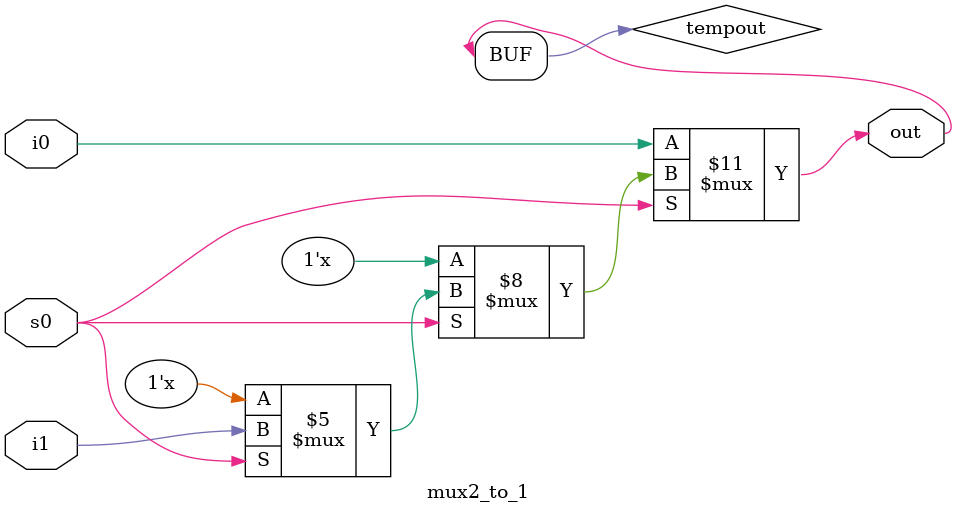
<source format=v>

module mux2_to_1 (out, i0, i1, s0);
	
	// Declare the outputs
	output out;
	
	//Declare the inputs
	input i0, i1;
	input s0;

	// tempout register for use in always block
	reg tempout;
	
	always @(s0,i0,i1)
	begin	
		
		if (s0==1'b0)
			tempout = i0;
		else if (s0==1'b1)
			tempout = i1;
		
		end	
	
	assign out=tempout;
	
endmodule

</source>
